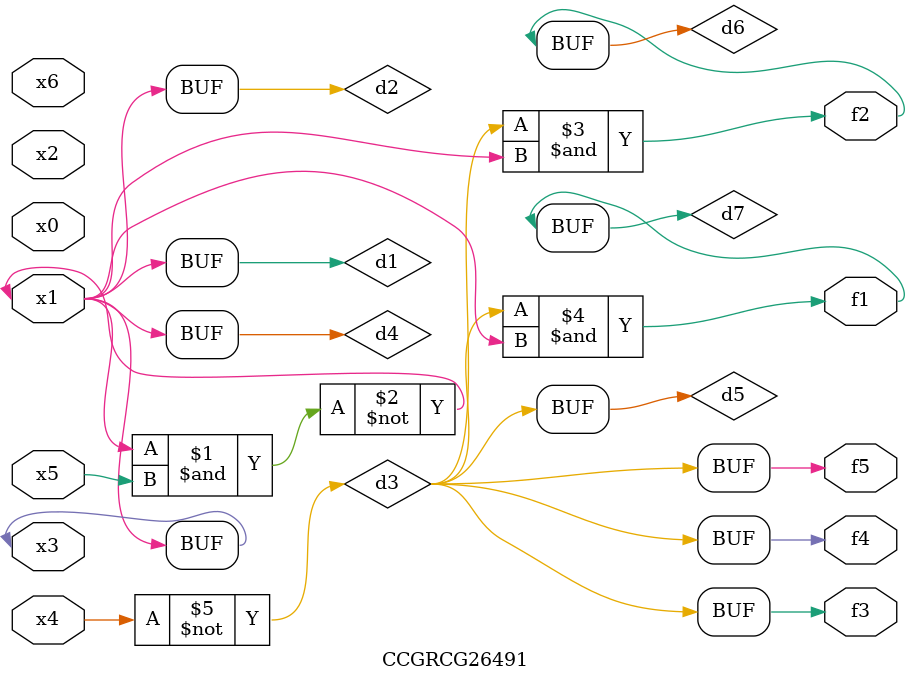
<source format=v>
module CCGRCG26491(
	input x0, x1, x2, x3, x4, x5, x6,
	output f1, f2, f3, f4, f5
);

	wire d1, d2, d3, d4, d5, d6, d7;

	buf (d1, x1, x3);
	nand (d2, x1, x5);
	not (d3, x4);
	buf (d4, d1, d2);
	buf (d5, d3);
	and (d6, d3, d4);
	and (d7, d3, d4);
	assign f1 = d7;
	assign f2 = d6;
	assign f3 = d5;
	assign f4 = d5;
	assign f5 = d5;
endmodule

</source>
